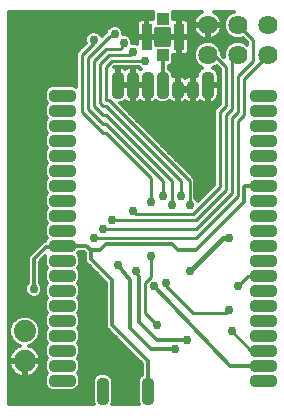
<source format=gbl>
G75*
G70*
%OFA0B0*%
%FSLAX24Y24*%
%IPPOS*%
%LPD*%
%AMOC8*
5,1,8,0,0,1.08239X$1,22.5*
%
%ADD10C,0.0640*%
%ADD11C,0.0120*%
%ADD12C,0.0300*%
%ADD13R,0.0335X0.0866*%
%ADD14R,0.0394X0.0413*%
%ADD15C,0.0740*%
%ADD16C,0.0300*%
%ADD17C,0.0100*%
%ADD18C,0.0160*%
D10*
X006960Y012276D03*
X006960Y013276D03*
X007960Y013276D03*
X007960Y012276D03*
X008960Y012276D03*
X008960Y013276D03*
D11*
X000320Y013716D02*
X000320Y000636D01*
X003154Y000636D01*
X003120Y000719D01*
X003120Y001434D01*
X003164Y001541D01*
X003246Y001622D01*
X003352Y001666D01*
X003568Y001666D01*
X003674Y001622D01*
X003756Y001541D01*
X003800Y001434D01*
X003800Y000719D01*
X003766Y000636D01*
X004654Y000636D01*
X004620Y000719D01*
X004620Y001434D01*
X004664Y001541D01*
X004746Y001622D01*
X004760Y001628D01*
X004760Y001994D01*
X003677Y003076D01*
X003560Y003194D01*
X003560Y004694D01*
X002977Y005276D01*
X002860Y005394D01*
X002860Y005694D01*
X002827Y005726D01*
X002662Y005726D01*
X002656Y005712D01*
X002620Y005676D01*
X002656Y005641D01*
X002700Y005534D01*
X002700Y005319D01*
X002656Y005212D01*
X002620Y005176D01*
X002656Y005141D01*
X002700Y005034D01*
X002700Y004819D01*
X002656Y004712D01*
X002620Y004676D01*
X002656Y004641D01*
X002700Y004534D01*
X002700Y004319D01*
X002656Y004212D01*
X002620Y004176D01*
X002656Y004141D01*
X002700Y004034D01*
X002700Y003819D01*
X002656Y003712D01*
X002620Y003676D01*
X002656Y003641D01*
X002700Y003534D01*
X002700Y003319D01*
X002656Y003212D01*
X002620Y003176D01*
X002656Y003141D01*
X002700Y003034D01*
X002700Y002819D01*
X002656Y002712D01*
X002620Y002676D01*
X002656Y002641D01*
X002700Y002534D01*
X002700Y002319D01*
X002656Y002212D01*
X002620Y002176D01*
X002656Y002141D01*
X002700Y002034D01*
X002700Y001819D01*
X002656Y001712D01*
X002620Y001676D01*
X002656Y001641D01*
X002700Y001534D01*
X002700Y001319D01*
X002656Y001212D01*
X002574Y001131D01*
X002468Y001086D01*
X001752Y001086D01*
X001646Y001131D01*
X001564Y001212D01*
X001520Y001319D01*
X001520Y001534D01*
X001564Y001641D01*
X001600Y001676D01*
X001564Y001712D01*
X001520Y001819D01*
X001520Y002034D01*
X001564Y002141D01*
X001600Y002176D01*
X001564Y002212D01*
X001520Y002319D01*
X001520Y002534D01*
X001564Y002641D01*
X001600Y002676D01*
X001564Y002712D01*
X001520Y002819D01*
X001520Y003034D01*
X001564Y003141D01*
X001600Y003176D01*
X001564Y003212D01*
X001520Y003319D01*
X001520Y003534D01*
X001564Y003641D01*
X001600Y003676D01*
X001564Y003712D01*
X001520Y003819D01*
X001520Y004034D01*
X001564Y004141D01*
X001600Y004176D01*
X001564Y004212D01*
X001520Y004319D01*
X001520Y004534D01*
X001564Y004641D01*
X001600Y004676D01*
X001564Y004712D01*
X001520Y004819D01*
X001520Y005034D01*
X001564Y005141D01*
X001600Y005176D01*
X001564Y005212D01*
X001520Y005319D01*
X001520Y005534D01*
X001534Y005567D01*
X001360Y005394D01*
X001360Y004686D01*
X001406Y004641D01*
X001450Y004534D01*
X001450Y004419D01*
X001406Y004312D01*
X001324Y004231D01*
X001218Y004186D01*
X001102Y004186D01*
X000996Y004231D01*
X000914Y004312D01*
X000870Y004419D01*
X000870Y004534D01*
X000914Y004641D01*
X000960Y004686D01*
X000960Y005559D01*
X001360Y005959D01*
X001477Y006076D01*
X001538Y006076D01*
X001564Y006141D01*
X001600Y006176D01*
X001564Y006212D01*
X001520Y006319D01*
X001520Y006534D01*
X001564Y006641D01*
X001600Y006676D01*
X001564Y006712D01*
X001520Y006819D01*
X001520Y007034D01*
X001564Y007141D01*
X001600Y007176D01*
X001564Y007212D01*
X001520Y007319D01*
X001520Y007534D01*
X001564Y007641D01*
X001600Y007676D01*
X001564Y007712D01*
X001520Y007819D01*
X001520Y008034D01*
X001564Y008141D01*
X001600Y008176D01*
X001564Y008212D01*
X001520Y008319D01*
X001520Y008534D01*
X001564Y008641D01*
X001600Y008676D01*
X001564Y008712D01*
X001520Y008819D01*
X001520Y009034D01*
X001564Y009141D01*
X001600Y009176D01*
X001564Y009212D01*
X001520Y009319D01*
X001520Y009534D01*
X001564Y009641D01*
X001600Y009676D01*
X001564Y009712D01*
X001520Y009819D01*
X001520Y010034D01*
X001564Y010141D01*
X001600Y010176D01*
X001564Y010212D01*
X001520Y010319D01*
X001520Y010534D01*
X001564Y010641D01*
X001600Y010676D01*
X001564Y010712D01*
X001520Y010819D01*
X001520Y011034D01*
X001564Y011141D01*
X001646Y011222D01*
X001752Y011266D01*
X002468Y011266D01*
X002570Y011224D01*
X002570Y012355D01*
X002681Y012466D01*
X002889Y012674D01*
X002870Y012719D01*
X002870Y012834D01*
X002914Y012941D01*
X002996Y013022D01*
X003102Y013066D01*
X003218Y013066D01*
X003324Y013022D01*
X003406Y012941D01*
X003420Y012905D01*
X003494Y012979D01*
X003505Y013011D01*
X003547Y013033D01*
X003581Y013066D01*
X003583Y013066D01*
X003614Y013141D01*
X003696Y013222D01*
X003802Y013266D01*
X003918Y013266D01*
X004024Y013222D01*
X004106Y013141D01*
X004150Y013034D01*
X004150Y012966D01*
X004218Y012966D01*
X004324Y012922D01*
X004406Y012841D01*
X004450Y012734D01*
X004450Y012666D01*
X004518Y012666D01*
X004591Y012636D01*
X004591Y012853D01*
X004895Y012853D01*
X004895Y012900D01*
X004591Y012900D01*
X004591Y013330D01*
X004602Y013371D01*
X004623Y013408D01*
X004653Y013437D01*
X004690Y013459D01*
X004730Y013469D01*
X004895Y013469D01*
X004895Y012900D01*
X004942Y012900D01*
X004942Y013469D01*
X005107Y013469D01*
X005123Y013465D01*
X005123Y013716D01*
X000320Y013716D01*
X000320Y013646D02*
X005123Y013646D01*
X005123Y013528D02*
X000320Y013528D01*
X000320Y013409D02*
X004625Y013409D01*
X004591Y013291D02*
X000320Y013291D01*
X000320Y013172D02*
X003646Y013172D01*
X003569Y013054D02*
X003248Y013054D01*
X003072Y013054D02*
X000320Y013054D01*
X000320Y012935D02*
X002912Y012935D01*
X002870Y012817D02*
X000320Y012817D01*
X000320Y012698D02*
X002878Y012698D01*
X002795Y012580D02*
X000320Y012580D01*
X000320Y012461D02*
X002676Y012461D01*
X002570Y012343D02*
X000320Y012343D01*
X000320Y012224D02*
X002570Y012224D01*
X002570Y012106D02*
X000320Y012106D01*
X000320Y011987D02*
X002570Y011987D01*
X002570Y011869D02*
X000320Y011869D01*
X000320Y011750D02*
X002570Y011750D01*
X002570Y011632D02*
X000320Y011632D01*
X000320Y011513D02*
X002570Y011513D01*
X002570Y011395D02*
X000320Y011395D01*
X000320Y011276D02*
X002570Y011276D01*
X001581Y011158D02*
X000320Y011158D01*
X000320Y011039D02*
X001522Y011039D01*
X001520Y010921D02*
X000320Y010921D01*
X000320Y010802D02*
X001527Y010802D01*
X001592Y010684D02*
X000320Y010684D01*
X000320Y010565D02*
X001533Y010565D01*
X001520Y010447D02*
X000320Y010447D01*
X000320Y010328D02*
X001520Y010328D01*
X001566Y010210D02*
X000320Y010210D01*
X000320Y010091D02*
X001544Y010091D01*
X001520Y009973D02*
X000320Y009973D01*
X000320Y009854D02*
X001520Y009854D01*
X001554Y009736D02*
X000320Y009736D01*
X000320Y009617D02*
X001555Y009617D01*
X001520Y009499D02*
X000320Y009499D01*
X000320Y009380D02*
X001520Y009380D01*
X001544Y009262D02*
X000320Y009262D01*
X000320Y009143D02*
X001567Y009143D01*
X001520Y009025D02*
X000320Y009025D01*
X000320Y008906D02*
X001520Y008906D01*
X001533Y008788D02*
X000320Y008788D01*
X000320Y008669D02*
X001593Y008669D01*
X001527Y008551D02*
X000320Y008551D01*
X000320Y008432D02*
X001520Y008432D01*
X001522Y008314D02*
X000320Y008314D01*
X000320Y008195D02*
X001581Y008195D01*
X001538Y008077D02*
X000320Y008077D01*
X000320Y007958D02*
X001520Y007958D01*
X001520Y007840D02*
X000320Y007840D01*
X000320Y007721D02*
X001560Y007721D01*
X001549Y007603D02*
X000320Y007603D01*
X000320Y007484D02*
X001520Y007484D01*
X001520Y007366D02*
X000320Y007366D01*
X000320Y007247D02*
X001550Y007247D01*
X001559Y007129D02*
X000320Y007129D01*
X000320Y007010D02*
X001520Y007010D01*
X001520Y006892D02*
X000320Y006892D01*
X000320Y006773D02*
X001539Y006773D01*
X001578Y006655D02*
X000320Y006655D01*
X000320Y006536D02*
X001521Y006536D01*
X001520Y006418D02*
X000320Y006418D01*
X000320Y006299D02*
X001528Y006299D01*
X001595Y006181D02*
X000320Y006181D01*
X000320Y006062D02*
X001463Y006062D01*
X001345Y005944D02*
X000320Y005944D01*
X000320Y005825D02*
X001226Y005825D01*
X001108Y005707D02*
X000320Y005707D01*
X000320Y005588D02*
X000989Y005588D01*
X000960Y005470D02*
X000320Y005470D01*
X000320Y005351D02*
X000960Y005351D01*
X000960Y005233D02*
X000320Y005233D01*
X000320Y005114D02*
X000960Y005114D01*
X000960Y004996D02*
X000320Y004996D01*
X000320Y004877D02*
X000960Y004877D01*
X000960Y004759D02*
X000320Y004759D01*
X000320Y004640D02*
X000914Y004640D01*
X000870Y004522D02*
X000320Y004522D01*
X000320Y004403D02*
X000876Y004403D01*
X000941Y004285D02*
X000320Y004285D01*
X000320Y004166D02*
X001590Y004166D01*
X001534Y004285D02*
X001379Y004285D01*
X001444Y004403D02*
X001520Y004403D01*
X001520Y004522D02*
X001450Y004522D01*
X001406Y004640D02*
X001564Y004640D01*
X001545Y004759D02*
X001360Y004759D01*
X001360Y004877D02*
X001520Y004877D01*
X001520Y004996D02*
X001360Y004996D01*
X001360Y005114D02*
X001553Y005114D01*
X001556Y005233D02*
X001360Y005233D01*
X001360Y005351D02*
X001520Y005351D01*
X001520Y005470D02*
X001436Y005470D01*
X001160Y005476D02*
X001560Y005876D01*
X002060Y005876D01*
X002110Y005926D01*
X002910Y005926D01*
X003060Y005776D01*
X003060Y005476D01*
X003760Y004776D01*
X003760Y003276D01*
X004960Y002076D01*
X004960Y001076D01*
X004620Y001085D02*
X003800Y001085D01*
X003800Y000967D02*
X004620Y000967D01*
X004620Y000848D02*
X003800Y000848D01*
X003800Y000730D02*
X004620Y000730D01*
X004620Y001204D02*
X003800Y001204D01*
X003800Y001322D02*
X004620Y001322D01*
X004623Y001441D02*
X003797Y001441D01*
X003737Y001559D02*
X004683Y001559D01*
X004760Y001678D02*
X002622Y001678D01*
X002690Y001559D02*
X003183Y001559D01*
X003123Y001441D02*
X002700Y001441D01*
X002700Y001322D02*
X003120Y001322D01*
X003120Y001204D02*
X002648Y001204D01*
X002691Y001796D02*
X004760Y001796D01*
X004760Y001915D02*
X002700Y001915D01*
X002700Y002033D02*
X004720Y002033D01*
X004602Y002152D02*
X002645Y002152D01*
X002680Y002270D02*
X004483Y002270D01*
X004365Y002389D02*
X002700Y002389D01*
X002700Y002507D02*
X004246Y002507D01*
X004128Y002626D02*
X002662Y002626D01*
X002669Y002744D02*
X004009Y002744D01*
X003891Y002863D02*
X002700Y002863D01*
X002700Y002981D02*
X003772Y002981D01*
X003654Y003100D02*
X002673Y003100D01*
X002658Y003218D02*
X003560Y003218D01*
X003560Y003337D02*
X002700Y003337D01*
X002700Y003455D02*
X003560Y003455D01*
X003560Y003574D02*
X002683Y003574D01*
X002636Y003692D02*
X003560Y003692D01*
X003560Y003811D02*
X002697Y003811D01*
X002700Y003929D02*
X003560Y003929D01*
X003560Y004048D02*
X002694Y004048D01*
X002630Y004166D02*
X003560Y004166D01*
X003560Y004285D02*
X002686Y004285D01*
X002700Y004403D02*
X003560Y004403D01*
X003560Y004522D02*
X002700Y004522D01*
X002656Y004640D02*
X003560Y004640D01*
X003495Y004759D02*
X002675Y004759D01*
X002700Y004877D02*
X003376Y004877D01*
X003258Y004996D02*
X002700Y004996D01*
X002667Y005114D02*
X003139Y005114D01*
X003021Y005233D02*
X002664Y005233D01*
X002700Y005351D02*
X002902Y005351D01*
X002860Y005470D02*
X002700Y005470D01*
X002677Y005588D02*
X002860Y005588D01*
X002847Y005707D02*
X002651Y005707D01*
X003060Y005776D02*
X003360Y005776D01*
X003560Y005976D01*
X005760Y005976D01*
X005960Y005776D01*
X006560Y005776D01*
X008160Y007376D01*
X008160Y007876D01*
X008210Y007926D01*
X008810Y007926D01*
X007170Y007955D02*
X007170Y010455D01*
X007370Y010655D01*
X007370Y011798D01*
X007251Y011917D01*
X007221Y011886D01*
X007146Y011856D01*
X007157Y011851D01*
X007208Y011817D01*
X007251Y011774D01*
X007285Y011723D01*
X007308Y011667D01*
X007320Y011607D01*
X007320Y011316D01*
X007000Y011316D01*
X007000Y011236D01*
X007000Y010666D01*
X007041Y010666D01*
X007100Y010678D01*
X007157Y010702D01*
X007208Y010736D01*
X007251Y010779D01*
X007285Y010830D01*
X007308Y010886D01*
X007320Y010946D01*
X007320Y011236D01*
X007000Y011236D01*
X006920Y011236D01*
X006920Y010666D01*
X006879Y010666D01*
X006820Y010678D01*
X006763Y010702D01*
X006712Y010736D01*
X006710Y010738D01*
X006708Y010736D01*
X006657Y010702D01*
X006600Y010678D01*
X006541Y010666D01*
X006500Y010666D01*
X006500Y011086D01*
X006420Y011086D01*
X006420Y010666D01*
X006379Y010666D01*
X006320Y010678D01*
X006263Y010702D01*
X006212Y010736D01*
X006210Y010738D01*
X006208Y010736D01*
X006157Y010702D01*
X006100Y010678D01*
X006041Y010666D01*
X006000Y010666D01*
X006000Y011086D01*
X005920Y011086D01*
X005920Y010666D01*
X005879Y010666D01*
X005820Y010678D01*
X005763Y010702D01*
X005712Y010736D01*
X005696Y010752D01*
X005674Y010731D01*
X005568Y010686D01*
X005352Y010686D01*
X005246Y010731D01*
X005224Y010752D01*
X005208Y010736D01*
X005157Y010702D01*
X005100Y010678D01*
X005041Y010666D01*
X005000Y010666D01*
X005000Y011236D01*
X004920Y011236D01*
X004920Y010666D01*
X004879Y010666D01*
X004820Y010678D01*
X004763Y010702D01*
X004712Y010736D01*
X004710Y010738D01*
X004708Y010736D01*
X004657Y010702D01*
X004600Y010678D01*
X004541Y010666D01*
X004500Y010666D01*
X004500Y011236D01*
X004420Y011236D01*
X004420Y010666D01*
X004379Y010666D01*
X004320Y010678D01*
X004263Y010702D01*
X004212Y010736D01*
X004210Y010738D01*
X004208Y010736D01*
X004157Y010702D01*
X004100Y010678D01*
X004041Y010666D01*
X004039Y010666D01*
X006439Y008266D01*
X006550Y008155D01*
X006550Y007496D01*
X006606Y007441D01*
X006620Y007405D01*
X007170Y007955D01*
X007170Y007958D02*
X006550Y007958D01*
X006550Y007840D02*
X007055Y007840D01*
X006936Y007721D02*
X006550Y007721D01*
X006550Y007603D02*
X006818Y007603D01*
X006699Y007484D02*
X006562Y007484D01*
X006550Y008077D02*
X007170Y008077D01*
X007170Y008195D02*
X006510Y008195D01*
X006391Y008314D02*
X007170Y008314D01*
X007170Y008432D02*
X006273Y008432D01*
X006154Y008551D02*
X007170Y008551D01*
X007170Y008669D02*
X006036Y008669D01*
X005917Y008788D02*
X007170Y008788D01*
X007170Y008906D02*
X005799Y008906D01*
X005680Y009025D02*
X007170Y009025D01*
X007170Y009143D02*
X005562Y009143D01*
X005443Y009262D02*
X007170Y009262D01*
X007170Y009380D02*
X005325Y009380D01*
X005206Y009499D02*
X007170Y009499D01*
X007170Y009617D02*
X005088Y009617D01*
X004969Y009736D02*
X007170Y009736D01*
X007170Y009854D02*
X004851Y009854D01*
X004732Y009973D02*
X007170Y009973D01*
X007170Y010091D02*
X004614Y010091D01*
X004495Y010210D02*
X007170Y010210D01*
X007170Y010328D02*
X004377Y010328D01*
X004258Y010447D02*
X007170Y010447D01*
X007280Y010565D02*
X004140Y010565D01*
X004114Y010684D02*
X004306Y010684D01*
X004420Y010684D02*
X004500Y010684D01*
X004614Y010684D02*
X004806Y010684D01*
X004920Y010684D02*
X005000Y010684D01*
X005114Y010684D02*
X005806Y010684D01*
X005920Y010684D02*
X006000Y010684D01*
X006114Y010684D02*
X006306Y010684D01*
X006420Y010684D02*
X006500Y010684D01*
X006614Y010684D02*
X006806Y010684D01*
X006920Y010684D02*
X007000Y010684D01*
X007114Y010684D02*
X007370Y010684D01*
X007370Y010802D02*
X007267Y010802D01*
X007315Y010921D02*
X007370Y010921D01*
X007370Y011039D02*
X007320Y011039D01*
X007320Y011158D02*
X007370Y011158D01*
X007370Y011276D02*
X007000Y011276D01*
X007000Y011158D02*
X006920Y011158D01*
X006920Y011039D02*
X007000Y011039D01*
X007000Y010921D02*
X006920Y010921D01*
X006920Y010802D02*
X007000Y010802D01*
X007320Y011395D02*
X007370Y011395D01*
X007370Y011513D02*
X007320Y011513D01*
X007315Y011632D02*
X007370Y011632D01*
X007370Y011750D02*
X007267Y011750D01*
X007299Y011869D02*
X007178Y011869D01*
X007500Y012205D02*
X007420Y012285D01*
X007420Y012368D01*
X007350Y012537D01*
X007221Y012666D01*
X007051Y012736D01*
X006868Y012736D01*
X006699Y012666D01*
X006570Y012537D01*
X006500Y012368D01*
X006500Y012185D01*
X006570Y012016D01*
X006699Y011886D01*
X006774Y011856D01*
X006763Y011851D01*
X006712Y011817D01*
X006669Y011774D01*
X006635Y011723D01*
X006612Y011667D01*
X006600Y011607D01*
X006600Y011575D01*
X006541Y011586D01*
X006500Y011586D01*
X006500Y011166D01*
X006420Y011166D01*
X006420Y011086D01*
X006320Y011086D01*
X006000Y011086D01*
X006000Y011166D01*
X006420Y011166D01*
X006420Y011586D01*
X006379Y011586D01*
X006320Y011574D01*
X006263Y011551D01*
X006212Y011517D01*
X006210Y011515D01*
X006208Y011517D01*
X006157Y011551D01*
X006100Y011574D01*
X006041Y011586D01*
X006000Y011586D01*
X006000Y011166D01*
X005920Y011166D01*
X005920Y011586D01*
X005879Y011586D01*
X005820Y011574D01*
X005800Y011566D01*
X005800Y011634D01*
X005756Y011741D01*
X005674Y011822D01*
X005660Y011828D01*
X005660Y011929D01*
X005715Y011929D01*
X005797Y012011D01*
X005797Y012288D01*
X005813Y012283D01*
X005978Y012283D01*
X005978Y012853D01*
X006025Y012853D01*
X006025Y012900D01*
X006329Y012900D01*
X006329Y013330D01*
X006318Y013371D01*
X006297Y013408D01*
X006267Y013437D01*
X006230Y013459D01*
X006190Y013469D01*
X006025Y013469D01*
X006025Y012900D01*
X005978Y012900D01*
X005978Y013469D01*
X005813Y013469D01*
X005797Y013465D01*
X005797Y013716D01*
X006766Y013716D01*
X006708Y013687D01*
X006647Y013642D01*
X006594Y013589D01*
X006549Y013528D01*
X005797Y013528D01*
X005797Y013646D02*
X006653Y013646D01*
X006549Y013528D02*
X006515Y013461D01*
X006492Y013389D01*
X006480Y013314D01*
X006480Y013305D01*
X006931Y013305D01*
X006931Y013248D01*
X006480Y013248D01*
X006480Y013239D01*
X006492Y013164D01*
X006515Y013092D01*
X006549Y013025D01*
X006594Y012964D01*
X006647Y012910D01*
X006708Y012866D01*
X006776Y012832D01*
X006848Y012808D01*
X006922Y012796D01*
X006931Y012796D01*
X006931Y013248D01*
X006989Y013248D01*
X006989Y013305D01*
X007440Y013305D01*
X007440Y013314D01*
X007428Y013389D01*
X007405Y013461D01*
X007371Y013528D01*
X007566Y013528D01*
X007570Y013537D02*
X007500Y013368D01*
X007500Y013185D01*
X007570Y013016D01*
X007699Y012886D01*
X007868Y012816D01*
X008051Y012816D01*
X008122Y012846D01*
X008270Y012698D01*
X008270Y012617D01*
X008221Y012666D01*
X008051Y012736D01*
X007868Y012736D01*
X007699Y012666D01*
X007570Y012537D01*
X007500Y012368D01*
X007500Y012205D01*
X007500Y012224D02*
X007481Y012224D01*
X007500Y012343D02*
X007420Y012343D01*
X007381Y012461D02*
X007539Y012461D01*
X007613Y012580D02*
X007307Y012580D01*
X007143Y012698D02*
X007777Y012698D01*
X007867Y012817D02*
X007099Y012817D01*
X007072Y012808D02*
X007144Y012832D01*
X007212Y012866D01*
X007273Y012910D01*
X007326Y012964D01*
X007371Y013025D01*
X007405Y013092D01*
X007428Y013164D01*
X007440Y013239D01*
X007440Y013248D01*
X006989Y013248D01*
X006989Y012796D01*
X006998Y012796D01*
X007072Y012808D01*
X006989Y012817D02*
X006931Y012817D01*
X006821Y012817D02*
X006329Y012817D01*
X006329Y012853D02*
X006025Y012853D01*
X006025Y012283D01*
X006190Y012283D01*
X006230Y012294D01*
X006267Y012315D01*
X006297Y012345D01*
X006318Y012382D01*
X006329Y012422D01*
X006329Y012853D01*
X006329Y012935D02*
X006622Y012935D01*
X006535Y013054D02*
X006329Y013054D01*
X006329Y013172D02*
X006490Y013172D01*
X006329Y013291D02*
X006931Y013291D01*
X006989Y013291D02*
X007500Y013291D01*
X007505Y013172D02*
X007430Y013172D01*
X007385Y013054D02*
X007554Y013054D01*
X007650Y012935D02*
X007298Y012935D01*
X006989Y012935D02*
X006931Y012935D01*
X006931Y013054D02*
X006989Y013054D01*
X006989Y013172D02*
X006931Y013172D01*
X006777Y012698D02*
X006329Y012698D01*
X006329Y012580D02*
X006613Y012580D01*
X006539Y012461D02*
X006329Y012461D01*
X006295Y012343D02*
X006500Y012343D01*
X006500Y012224D02*
X005797Y012224D01*
X005797Y012106D02*
X006533Y012106D01*
X006598Y011987D02*
X005773Y011987D01*
X005660Y011869D02*
X006742Y011869D01*
X006653Y011750D02*
X005746Y011750D01*
X005800Y011632D02*
X006605Y011632D01*
X006500Y011513D02*
X006420Y011513D01*
X006420Y011395D02*
X006500Y011395D01*
X006500Y011276D02*
X006420Y011276D01*
X006420Y011158D02*
X006000Y011158D01*
X006000Y011276D02*
X005920Y011276D01*
X005920Y011395D02*
X006000Y011395D01*
X006000Y011513D02*
X005920Y011513D01*
X005920Y011039D02*
X006000Y011039D01*
X006000Y010921D02*
X005920Y010921D01*
X005920Y010802D02*
X006000Y010802D01*
X006420Y010802D02*
X006500Y010802D01*
X006500Y010921D02*
X006420Y010921D01*
X006420Y011039D02*
X006500Y011039D01*
X006025Y012343D02*
X005978Y012343D01*
X005978Y012461D02*
X006025Y012461D01*
X006025Y012580D02*
X005978Y012580D01*
X005978Y012698D02*
X006025Y012698D01*
X006025Y012817D02*
X005978Y012817D01*
X005978Y012853D02*
X005674Y012853D01*
X005674Y012623D01*
X005246Y012623D01*
X005246Y012853D01*
X004942Y012853D01*
X004942Y012900D01*
X005246Y012900D01*
X005246Y013130D01*
X005674Y013130D01*
X005674Y012900D01*
X005978Y012900D01*
X005978Y012853D01*
X005978Y012935D02*
X006025Y012935D01*
X006025Y013054D02*
X005978Y013054D01*
X005978Y013172D02*
X006025Y013172D01*
X006025Y013291D02*
X005978Y013291D01*
X005978Y013409D02*
X006025Y013409D01*
X006295Y013409D02*
X006499Y013409D01*
X007154Y013716D02*
X007820Y013716D01*
X007699Y013666D01*
X007570Y013537D01*
X007517Y013409D02*
X007421Y013409D01*
X007371Y013528D02*
X007326Y013589D01*
X007273Y013642D01*
X007212Y013687D01*
X007154Y013716D01*
X007267Y013646D02*
X007680Y013646D01*
X008053Y012817D02*
X008151Y012817D01*
X008143Y012698D02*
X008269Y012698D01*
X005674Y012698D02*
X005246Y012698D01*
X005246Y012817D02*
X005674Y012817D01*
X005674Y012935D02*
X005246Y012935D01*
X005246Y013054D02*
X005674Y013054D01*
X005460Y012276D02*
X005460Y011276D01*
X005460Y011356D02*
X005460Y011176D01*
X005000Y011158D02*
X004920Y011158D01*
X004920Y011236D02*
X004600Y011236D01*
X004500Y011236D01*
X004500Y011316D01*
X004920Y011316D01*
X004920Y011236D01*
X004920Y011276D02*
X004500Y011276D01*
X004500Y011316D02*
X004420Y011316D01*
X004420Y011236D01*
X004100Y011236D01*
X004000Y011236D01*
X004000Y011316D01*
X004420Y011316D01*
X004420Y011886D01*
X004379Y011886D01*
X004320Y011874D01*
X004263Y011851D01*
X004212Y011817D01*
X004210Y011815D01*
X004208Y011817D01*
X004157Y011851D01*
X004100Y011874D01*
X004041Y011886D01*
X004000Y011886D01*
X004000Y011316D01*
X003920Y011316D01*
X003920Y011886D01*
X003879Y011886D01*
X003829Y011876D01*
X003839Y011886D01*
X004640Y011886D01*
X004696Y011831D01*
X004718Y011821D01*
X004712Y011817D01*
X004710Y011815D01*
X004708Y011817D01*
X004657Y011851D01*
X004600Y011874D01*
X004541Y011886D01*
X004500Y011886D01*
X004500Y011316D01*
X004500Y011395D02*
X004420Y011395D01*
X004420Y011513D02*
X004500Y011513D01*
X004500Y011632D02*
X004420Y011632D01*
X004420Y011750D02*
X004500Y011750D01*
X004500Y011869D02*
X004420Y011869D01*
X004306Y011869D02*
X004114Y011869D01*
X004000Y011869D02*
X003920Y011869D01*
X003920Y011750D02*
X004000Y011750D01*
X004000Y011632D02*
X003920Y011632D01*
X003920Y011513D02*
X004000Y011513D01*
X004000Y011395D02*
X003920Y011395D01*
X004000Y011276D02*
X004420Y011276D01*
X004420Y011158D02*
X004500Y011158D01*
X004500Y011039D02*
X004420Y011039D01*
X004420Y010921D02*
X004500Y010921D01*
X004500Y010802D02*
X004420Y010802D01*
X004920Y010802D02*
X005000Y010802D01*
X005000Y010921D02*
X004920Y010921D01*
X004920Y011039D02*
X005000Y011039D01*
X004657Y011869D02*
X004614Y011869D01*
X004591Y012698D02*
X004450Y012698D01*
X004416Y012817D02*
X004591Y012817D01*
X004591Y012935D02*
X004292Y012935D01*
X004142Y013054D02*
X004591Y013054D01*
X004591Y013172D02*
X004074Y013172D01*
X003450Y012935D02*
X003408Y012935D01*
X004895Y012935D02*
X004942Y012935D01*
X004942Y013054D02*
X004895Y013054D01*
X004895Y013172D02*
X004942Y013172D01*
X004942Y013291D02*
X004895Y013291D01*
X004895Y013409D02*
X004942Y013409D01*
X001160Y005476D02*
X001160Y004476D01*
X001526Y004048D02*
X000320Y004048D01*
X000320Y003929D02*
X001520Y003929D01*
X001523Y003811D02*
X000320Y003811D01*
X000320Y003692D02*
X001584Y003692D01*
X001537Y003574D02*
X000992Y003574D01*
X000961Y003586D02*
X000759Y003586D01*
X000571Y003509D01*
X000428Y003365D01*
X000350Y003178D01*
X000350Y002975D01*
X000428Y002787D01*
X000571Y002644D01*
X000712Y002586D01*
X000657Y002568D01*
X000582Y002530D01*
X000515Y002481D01*
X000456Y002422D01*
X000407Y002354D01*
X000369Y002280D01*
X000343Y002200D01*
X000330Y002118D01*
X000330Y002116D01*
X000820Y002116D01*
X000820Y002036D01*
X000900Y002036D01*
X000900Y001546D01*
X000902Y001546D01*
X000984Y001559D01*
X001530Y001559D01*
X001520Y001441D02*
X000320Y001441D01*
X000320Y001559D02*
X000736Y001559D01*
X000818Y001546D01*
X000820Y001546D01*
X000820Y002036D01*
X000330Y002036D01*
X000330Y002035D01*
X000343Y001952D01*
X000369Y001873D01*
X000407Y001799D01*
X000456Y001731D01*
X000515Y001672D01*
X000582Y001623D01*
X000657Y001585D01*
X000736Y001559D01*
X000820Y001559D02*
X000900Y001559D01*
X000984Y001559D02*
X001063Y001585D01*
X001138Y001623D01*
X001205Y001672D01*
X001264Y001731D01*
X001313Y001799D01*
X001351Y001873D01*
X001377Y001952D01*
X001390Y002035D01*
X001390Y002036D01*
X000900Y002036D01*
X000900Y002116D01*
X001390Y002116D01*
X001390Y002118D01*
X001377Y002200D01*
X001351Y002280D01*
X001313Y002354D01*
X001264Y002422D01*
X001205Y002481D01*
X001138Y002530D01*
X001063Y002568D01*
X001008Y002586D01*
X001149Y002644D01*
X001292Y002787D01*
X001370Y002975D01*
X001370Y003178D01*
X001292Y003365D01*
X001149Y003509D01*
X000961Y003586D01*
X000728Y003574D02*
X000320Y003574D01*
X000320Y003455D02*
X000518Y003455D01*
X000416Y003337D02*
X000320Y003337D01*
X000320Y003218D02*
X000367Y003218D01*
X000350Y003100D02*
X000320Y003100D01*
X000320Y002981D02*
X000350Y002981D01*
X000320Y002863D02*
X000396Y002863D01*
X000471Y002744D02*
X000320Y002744D01*
X000320Y002626D02*
X000615Y002626D01*
X000552Y002507D02*
X000320Y002507D01*
X000320Y002389D02*
X000432Y002389D01*
X000366Y002270D02*
X000320Y002270D01*
X000320Y002152D02*
X000335Y002152D01*
X000320Y002033D02*
X000330Y002033D01*
X000320Y001915D02*
X000355Y001915D01*
X000320Y001796D02*
X000408Y001796D01*
X000320Y001678D02*
X000509Y001678D01*
X000820Y001678D02*
X000900Y001678D01*
X000900Y001796D02*
X000820Y001796D01*
X000820Y001915D02*
X000900Y001915D01*
X000900Y002033D02*
X000820Y002033D01*
X001168Y002507D02*
X001520Y002507D01*
X001520Y002389D02*
X001288Y002389D01*
X001354Y002270D02*
X001540Y002270D01*
X001575Y002152D02*
X001385Y002152D01*
X001390Y002033D02*
X001520Y002033D01*
X001520Y001915D02*
X001365Y001915D01*
X001312Y001796D02*
X001529Y001796D01*
X001598Y001678D02*
X001211Y001678D01*
X001520Y001322D02*
X000320Y001322D01*
X000320Y001204D02*
X001572Y001204D01*
X001558Y002626D02*
X001105Y002626D01*
X001249Y002744D02*
X001551Y002744D01*
X001520Y002863D02*
X001324Y002863D01*
X001370Y002981D02*
X001520Y002981D01*
X001547Y003100D02*
X001370Y003100D01*
X001353Y003218D02*
X001562Y003218D01*
X001520Y003337D02*
X001304Y003337D01*
X001202Y003455D02*
X001520Y003455D01*
X000320Y001085D02*
X003120Y001085D01*
X003120Y000967D02*
X000320Y000967D01*
X000320Y000848D02*
X003120Y000848D01*
X003120Y000730D02*
X000320Y000730D01*
X004360Y004776D02*
X003960Y005276D01*
X004360Y004776D02*
X004360Y003176D01*
X005060Y002476D01*
X005860Y002476D01*
X006260Y002776D02*
X005260Y002776D01*
X004660Y003376D01*
X004660Y004876D01*
X004560Y005076D01*
X005160Y004576D02*
X007710Y001926D01*
X008810Y001926D01*
D12*
X009110Y001976D02*
X009110Y001876D01*
X008510Y001876D01*
X008510Y001976D01*
X009110Y001976D01*
X009110Y002376D02*
X009110Y002476D01*
X009110Y002376D02*
X008510Y002376D01*
X008510Y002476D01*
X009110Y002476D01*
X009110Y002876D02*
X009110Y002976D01*
X009110Y002876D02*
X008510Y002876D01*
X008510Y002976D01*
X009110Y002976D01*
X009110Y003376D02*
X009110Y003476D01*
X009110Y003376D02*
X008510Y003376D01*
X008510Y003476D01*
X009110Y003476D01*
X009110Y003876D02*
X009110Y003976D01*
X009110Y003876D02*
X008510Y003876D01*
X008510Y003976D01*
X009110Y003976D01*
X009110Y004376D02*
X009110Y004476D01*
X009110Y004376D02*
X008510Y004376D01*
X008510Y004476D01*
X009110Y004476D01*
X009110Y004876D02*
X009110Y004976D01*
X009110Y004876D02*
X008510Y004876D01*
X008510Y004976D01*
X009110Y004976D01*
X009110Y005376D02*
X009110Y005476D01*
X009110Y005376D02*
X008510Y005376D01*
X008510Y005476D01*
X009110Y005476D01*
X009110Y005876D02*
X009110Y005976D01*
X009110Y005876D02*
X008510Y005876D01*
X008510Y005976D01*
X009110Y005976D01*
X009110Y006376D02*
X009110Y006476D01*
X009110Y006376D02*
X008510Y006376D01*
X008510Y006476D01*
X009110Y006476D01*
X009110Y006876D02*
X009110Y006976D01*
X009110Y006876D02*
X008510Y006876D01*
X008510Y006976D01*
X009110Y006976D01*
X009110Y007376D02*
X009110Y007476D01*
X009110Y007376D02*
X008510Y007376D01*
X008510Y007476D01*
X009110Y007476D01*
X009110Y007876D02*
X009110Y007976D01*
X009110Y007876D02*
X008510Y007876D01*
X008510Y007976D01*
X009110Y007976D01*
X009110Y008376D02*
X009110Y008476D01*
X009110Y008376D02*
X008510Y008376D01*
X008510Y008476D01*
X009110Y008476D01*
X009110Y008876D02*
X009110Y008976D01*
X009110Y008876D02*
X008510Y008876D01*
X008510Y008976D01*
X009110Y008976D01*
X009110Y009376D02*
X009110Y009476D01*
X009110Y009376D02*
X008510Y009376D01*
X008510Y009476D01*
X009110Y009476D01*
X009110Y009876D02*
X009110Y009976D01*
X009110Y009876D02*
X008510Y009876D01*
X008510Y009976D01*
X009110Y009976D01*
X009110Y010376D02*
X009110Y010476D01*
X009110Y010376D02*
X008510Y010376D01*
X008510Y010476D01*
X009110Y010476D01*
X009110Y010876D02*
X009110Y010976D01*
X009110Y010876D02*
X008510Y010876D01*
X008510Y010976D01*
X009110Y010976D01*
X007010Y011576D02*
X006910Y011576D01*
X007010Y011576D02*
X007010Y010976D01*
X006910Y010976D01*
X006910Y011576D01*
X006910Y011275D02*
X007010Y011275D01*
X007010Y011574D02*
X006910Y011574D01*
X006510Y011276D02*
X006410Y011276D01*
X006510Y011276D02*
X006510Y010976D01*
X006410Y010976D01*
X006410Y011276D01*
X006410Y011275D02*
X006510Y011275D01*
X006010Y011276D02*
X005910Y011276D01*
X006010Y011276D02*
X006010Y010976D01*
X005910Y010976D01*
X005910Y011276D01*
X005910Y011275D02*
X006010Y011275D01*
X005510Y011576D02*
X005410Y011576D01*
X005510Y011576D02*
X005510Y010976D01*
X005410Y010976D01*
X005410Y011576D01*
X005410Y011275D02*
X005510Y011275D01*
X005510Y011574D02*
X005410Y011574D01*
X005010Y011576D02*
X004910Y011576D01*
X005010Y011576D02*
X005010Y010976D01*
X004910Y010976D01*
X004910Y011576D01*
X004910Y011275D02*
X005010Y011275D01*
X005010Y011574D02*
X004910Y011574D01*
X004510Y011576D02*
X004410Y011576D01*
X004510Y011576D02*
X004510Y010976D01*
X004410Y010976D01*
X004410Y011576D01*
X004410Y011275D02*
X004510Y011275D01*
X004510Y011574D02*
X004410Y011574D01*
X004010Y011576D02*
X003910Y011576D01*
X004010Y011576D02*
X004010Y010976D01*
X003910Y010976D01*
X003910Y011576D01*
X003910Y011275D02*
X004010Y011275D01*
X004010Y011574D02*
X003910Y011574D01*
X002410Y010976D02*
X002410Y010876D01*
X001810Y010876D01*
X001810Y010976D01*
X002410Y010976D01*
X002410Y010476D02*
X002410Y010376D01*
X001810Y010376D01*
X001810Y010476D01*
X002410Y010476D01*
X002410Y009976D02*
X002410Y009876D01*
X001810Y009876D01*
X001810Y009976D01*
X002410Y009976D01*
X002410Y009476D02*
X002410Y009376D01*
X001810Y009376D01*
X001810Y009476D01*
X002410Y009476D01*
X002410Y008976D02*
X002410Y008876D01*
X001810Y008876D01*
X001810Y008976D01*
X002410Y008976D01*
X002410Y008476D02*
X002410Y008376D01*
X001810Y008376D01*
X001810Y008476D01*
X002410Y008476D01*
X002410Y007976D02*
X002410Y007876D01*
X001810Y007876D01*
X001810Y007976D01*
X002410Y007976D01*
X002410Y007476D02*
X002410Y007376D01*
X001810Y007376D01*
X001810Y007476D01*
X002410Y007476D01*
X002410Y006976D02*
X002410Y006876D01*
X001810Y006876D01*
X001810Y006976D01*
X002410Y006976D01*
X002410Y006476D02*
X002410Y006376D01*
X001810Y006376D01*
X001810Y006476D01*
X002410Y006476D01*
X002410Y005976D02*
X002410Y005876D01*
X001810Y005876D01*
X001810Y005976D01*
X002410Y005976D01*
X002410Y005476D02*
X002410Y005376D01*
X001810Y005376D01*
X001810Y005476D01*
X002410Y005476D01*
X002410Y004976D02*
X002410Y004876D01*
X001810Y004876D01*
X001810Y004976D01*
X002410Y004976D01*
X002410Y004476D02*
X002410Y004376D01*
X001810Y004376D01*
X001810Y004476D01*
X002410Y004476D01*
X002410Y003976D02*
X002410Y003876D01*
X001810Y003876D01*
X001810Y003976D01*
X002410Y003976D01*
X002410Y003476D02*
X002410Y003376D01*
X001810Y003376D01*
X001810Y003476D01*
X002410Y003476D01*
X002410Y002976D02*
X002410Y002876D01*
X001810Y002876D01*
X001810Y002976D01*
X002410Y002976D01*
X002410Y002476D02*
X002410Y002376D01*
X001810Y002376D01*
X001810Y002476D01*
X002410Y002476D01*
X002410Y001976D02*
X002410Y001876D01*
X001810Y001876D01*
X001810Y001976D01*
X002410Y001976D01*
X002410Y001476D02*
X002410Y001376D01*
X001810Y001376D01*
X001810Y001476D01*
X002410Y001476D01*
X003410Y000776D02*
X003510Y000776D01*
X003410Y000776D02*
X003410Y001376D01*
X003510Y001376D01*
X003510Y000776D01*
X003510Y001075D02*
X003410Y001075D01*
X003410Y001374D02*
X003510Y001374D01*
X004910Y000776D02*
X005010Y000776D01*
X004910Y000776D02*
X004910Y001376D01*
X005010Y001376D01*
X005010Y000776D01*
X005010Y001075D02*
X004910Y001075D01*
X004910Y001374D02*
X005010Y001374D01*
X009110Y001376D02*
X009110Y001476D01*
X009110Y001376D02*
X008510Y001376D01*
X008510Y001476D01*
X009110Y001476D01*
D13*
X006001Y012876D03*
X004919Y012876D03*
D14*
X005460Y012276D03*
X005460Y013477D03*
D15*
X000860Y003076D03*
X000860Y002076D03*
D16*
X001160Y004476D03*
X003160Y006176D03*
X003460Y006476D03*
X003760Y006776D03*
X004460Y007076D03*
X005060Y007376D03*
X005460Y007576D03*
X005760Y007276D03*
X006060Y007576D03*
X006360Y007276D03*
X007660Y006176D03*
X007960Y004576D03*
X007660Y003776D03*
X007760Y003076D03*
X006360Y005076D03*
X005560Y004676D03*
X005160Y004576D03*
X004560Y005076D03*
X005060Y005576D03*
X003960Y005276D03*
X005260Y003276D03*
X005860Y002476D03*
X006260Y002776D03*
X001160Y008776D03*
X001060Y012176D03*
X003160Y012776D03*
X003860Y012976D03*
X004160Y012676D03*
X004460Y012376D03*
X004860Y012076D03*
D17*
X003760Y012076D01*
X003560Y011876D01*
X003560Y010776D01*
X003660Y010776D01*
X006360Y008076D01*
X006360Y007276D01*
X006460Y006976D02*
X007360Y007876D01*
X007360Y010376D01*
X007560Y010576D01*
X007560Y011876D01*
X007160Y012276D01*
X006960Y012276D01*
X007760Y012076D02*
X007960Y012276D01*
X007760Y012076D02*
X007760Y010476D01*
X007560Y010276D01*
X007560Y007776D01*
X006560Y006776D01*
X003760Y006776D01*
X003460Y006476D02*
X006560Y006476D01*
X007760Y007676D01*
X007760Y010176D01*
X007960Y010376D01*
X007960Y011576D01*
X008460Y012076D01*
X008460Y012776D01*
X007960Y013276D01*
X008960Y012276D02*
X008160Y011476D01*
X008160Y010276D01*
X007960Y010076D01*
X007960Y007576D01*
X006560Y006176D01*
X003160Y006176D01*
X004460Y007076D02*
X004560Y006976D01*
X006460Y006976D01*
X006060Y007576D02*
X006060Y008076D01*
X003560Y010576D01*
X003460Y010576D01*
X003360Y010676D01*
X003360Y011976D01*
X003660Y012276D01*
X004360Y012276D01*
X004460Y012376D01*
X004060Y012476D02*
X004160Y012676D01*
X004060Y012476D02*
X003560Y012476D01*
X003160Y012076D01*
X003160Y010576D01*
X003460Y010276D01*
X003560Y010276D01*
X005760Y008076D01*
X005760Y007276D01*
X005460Y007576D02*
X005460Y008076D01*
X003560Y009976D01*
X003460Y009976D01*
X002960Y010476D01*
X002960Y012176D01*
X003660Y012876D01*
X003860Y012976D01*
X003160Y012776D02*
X003160Y012676D01*
X002760Y012276D01*
X002760Y010376D01*
X003460Y009676D01*
X003560Y009676D01*
X005060Y008176D01*
X005060Y007376D01*
X005060Y005576D02*
X005060Y004876D01*
X004860Y004676D01*
X004860Y003676D01*
X005260Y003276D01*
X006460Y003676D02*
X005560Y004576D01*
X005560Y004676D01*
X006460Y003676D02*
X007560Y003676D01*
X007660Y003776D01*
X007760Y003076D02*
X008410Y002426D01*
X008810Y002426D01*
X007960Y004576D02*
X008310Y004926D01*
X008810Y004926D01*
D18*
X007660Y006176D02*
X007460Y006176D01*
X006360Y005076D01*
M02*

</source>
